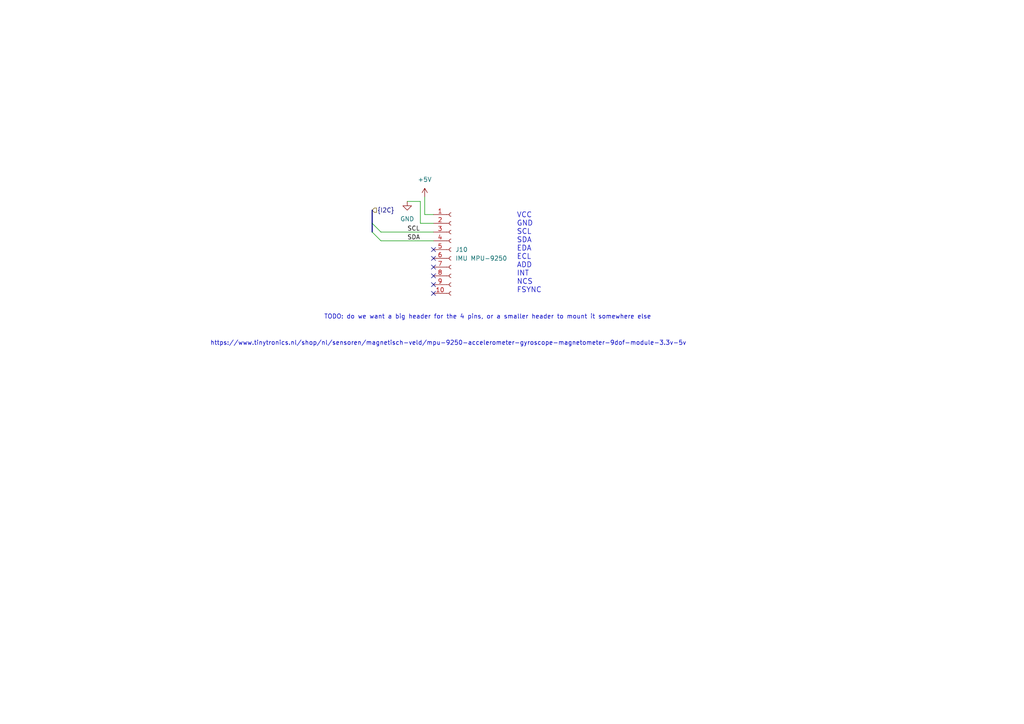
<source format=kicad_sch>
(kicad_sch (version 20230121) (generator eeschema)
  (paper "A4")
  (lib_symbols
    (symbol "Connector:Conn_01x10_Socket" (pin_names (offset 1.016) hide)
      (property "Reference" "J" (at 0 12.7 0))
      (property "Value" "Conn_01x10_Socket" (at 0 -15.24 0))
      (symbol "Conn_01x10_Socket_1_1"
        (arc (start 0 -12.192) (mid -0.5058 -12.7) (end 0 -13.208) (stroke (width 0.1524)))
        (arc (start 0 -9.652) (mid -0.5058 -10.16) (end 0 -10.668) (stroke (width 0.1524)))
        (arc (start 0 -7.112) (mid -0.5058 -7.62) (end 0 -8.128) (stroke (width 0.1524)))
        (arc (start 0 -4.572) (mid -0.5058 -5.08) (end 0 -5.588) (stroke (width 0.1524)))
        (arc (start 0 -2.032) (mid -0.5058 -2.54) (end 0 -3.048) (stroke (width 0.1524)))
        (polyline (pts (xy -1.27 -12.7) (xy -0.508 -12.7)) (stroke (width 0.1524)))
        (polyline (pts (xy -1.27 -10.16) (xy -0.508 -10.16)) (stroke (width 0.1524)))
        (polyline (pts (xy -1.27 -7.62) (xy -0.508 -7.62)) (stroke (width 0.1524)))
        (polyline (pts (xy -1.27 -5.08) (xy -0.508 -5.08)) (stroke (width 0.1524)))
        (polyline (pts (xy -1.27 -2.54) (xy -0.508 -2.54)) (stroke (width 0.1524)))
        (polyline (pts (xy -1.27 0) (xy -0.508 0)) (stroke (width 0.1524)))
        (polyline (pts (xy -1.27 2.54) (xy -0.508 2.54)) (stroke (width 0.1524)))
        (polyline (pts (xy -1.27 5.08) (xy -0.508 5.08)) (stroke (width 0.1524)))
        (polyline (pts (xy -1.27 7.62) (xy -0.508 7.62)) (stroke (width 0.1524)))
        (polyline (pts (xy -1.27 10.16) (xy -0.508 10.16)) (stroke (width 0.1524)))
        (arc (start 0 0.508) (mid -0.5058 0) (end 0 -0.508) (stroke (width 0.1524)))
        (arc (start 0 3.048) (mid -0.5058 2.54) (end 0 2.032) (stroke (width 0.1524)))
        (arc (start 0 5.588) (mid -0.5058 5.08) (end 0 4.572) (stroke (width 0.1524)))
        (arc (start 0 8.128) (mid -0.5058 7.62) (end 0 7.112) (stroke (width 0.1524)))
        (arc (start 0 10.668) (mid -0.5058 10.16) (end 0 9.652) (stroke (width 0.1524)))
        (pin passive line (at -5.08 10.16 0) (length 3.81) (name "Pin_1") (number "1"))
        (pin passive line (at -5.08 -12.7 0) (length 3.81) (name "Pin_10") (number "10"))
        (pin passive line (at -5.08 7.62 0) (length 3.81) (name "Pin_2") (number "2"))
        (pin passive line (at -5.08 5.08 0) (length 3.81) (name "Pin_3") (number "3"))
        (pin passive line (at -5.08 2.54 0) (length 3.81) (name "Pin_4") (number "4"))
        (pin passive line (at -5.08 0 0) (length 3.81) (name "Pin_5") (number "5"))
        (pin passive line (at -5.08 -2.54 0) (length 3.81) (name "Pin_6") (number "6"))
        (pin passive line (at -5.08 -5.08 0) (length 3.81) (name "Pin_7") (number "7"))
        (pin passive line (at -5.08 -7.62 0) (length 3.81) (name "Pin_8") (number "8"))
        (pin passive line (at -5.08 -10.16 0) (length 3.81) (name "Pin_9") (number "9"))
      )
    )
    (symbol "power:+5V" (power) (pin_names (offset 0))
      (property "Value" "+5V" (at 0 3.556 0))
      (symbol "+5V_0_1"
        (polyline (pts (xy -0.762 1.27) (xy 0 2.54)))
        (polyline (pts (xy 0 0) (xy 0 2.54)))
        (polyline (pts (xy 0 2.54) (xy 0.762 1.27)))
      )
      (symbol "+5V_1_1"
        (pin power_in line (at 0 0 90) (length 0) hide (name "+5V") (number "1"))
      )
    )
    (symbol "power:GND" (power) (pin_names (offset 0))
      (property "Value" "GND" (at 0 -3.81 0))
      (symbol "GND_0_1"
        (polyline (pts (xy 0 0) (xy 0 -1.27) (xy 1.27 -1.27) (xy 0 -2.54) (xy -1.27 -1.27) (xy 0 -1.27)))
      )
      (symbol "GND_1_1"
        (pin power_in line (at 0 0 270) (length 0) hide (name "GND") (number "1"))
      )
    )
  )
  (no_connect (at 125.73 80.01))
  (no_connect (at 125.73 74.93))
  (no_connect (at 125.73 77.47))
  (no_connect (at 125.73 85.09))
  (no_connect (at 125.73 82.55))
  (no_connect (at 125.73 72.39))
  (bus_entry (at 107.95 64.77) (size 2.54 2.54))
  (bus_entry (at 107.95 67.31) (size 2.54 2.54))
  (bus (pts (xy 107.95 64.77) (xy 107.95 67.31)))
  (wire (pts (xy 121.92 64.77) (xy 125.73 64.77)))
  (wire (pts (xy 110.49 67.31) (xy 125.73 67.31)))
  (wire (pts (xy 123.19 62.23) (xy 125.73 62.23)))
  (wire (pts (xy 110.49 69.85) (xy 125.73 69.85)))
  (wire (pts (xy 121.92 58.42) (xy 121.92 64.77)))
  (wire (pts (xy 118.11 58.42) (xy 121.92 58.42)))
  (bus (pts (xy 107.95 60.96) (xy 107.95 64.77)))
  (wire (pts (xy 123.19 57.15) (xy 123.19 62.23)))
  (text "https://www.tinytronics.nl/shop/nl/sensoren/magnetisch-veld/mpu-9250-accelerometer-gyroscope-magnetometer-9dof-module-3.3v-5v" (at 60.96 100.33 0) (effects (font (size 1.27 1.27)) (justify left bottom)))
  (text "TODO: do we want a big header for the 4 pins, or a smaller header to mount it somewhere else" (at 93.98 92.71 0) (effects (font (size 1.27 1.27)) (justify left bottom)))
  (text "VCC\nGND\nSCL\nSDA\nEDA\nECL\nADD\nINT\nNCS\nFSYNC" (at 149.86 85.09 0) (effects (font (size 1.5 1.5)) (justify left bottom)))
  (label "SDA" (at 118.11 69.85 0))
  (label "SCL" (at 118.11 67.31 0))
  (hierarchical_label "{I2C}" (shape input) (at 107.95 60.96 0))
  (symbol (lib_id "power:+5V") (at 123.19 57.15 0) (unit 1)
    (property "Reference" "#PWR023" (effects hide))
    (property "Value" "+5V" (at 123.19 52.07 0))
  )
  (symbol (lib_id "Connector:Conn_01x10_Socket") (at 130.81 72.39 0) (unit 1)
    (property "Reference" "J10" (at 132.08 72.39 0) (effects (justify left)))
    (property "Value" "IMU MPU-9250" (at 132.08 74.93 0) (effects (justify left)))
    (property "Footprint" "Library:MPU9250" (effects hide))
  )
  (symbol (lib_id "power:GND") (at 118.11 58.42 0) (unit 1)
    (property "Reference" "#PWR024" (effects hide))
    (property "Value" "GND" (at 118.11 63.5 0))
  )
)
</source>
